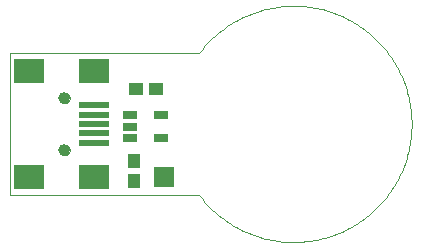
<source format=gts>
G75*
%MOIN*%
%OFA0B0*%
%FSLAX25Y25*%
%IPPOS*%
%LPD*%
%AMOC8*
5,1,8,0,0,1.08239X$1,22.5*
%
%ADD10C,0.00000*%
%ADD11R,0.10243X0.02369*%
%ADD12R,0.10243X0.08274*%
%ADD13C,0.03943*%
%ADD14R,0.05124X0.02565*%
%ADD15R,0.07093X0.07093*%
%ADD16R,0.04337X0.04731*%
%ADD17R,0.04731X0.04337*%
D10*
X0006518Y0016998D02*
X0006518Y0064242D01*
X0069510Y0064242D01*
X0070098Y0065006D01*
X0070704Y0065756D01*
X0071329Y0066490D01*
X0071971Y0067209D01*
X0072631Y0067912D01*
X0073308Y0068599D01*
X0074002Y0069269D01*
X0074711Y0069922D01*
X0075437Y0070557D01*
X0076177Y0071174D01*
X0076933Y0071773D01*
X0077703Y0072353D01*
X0078487Y0072914D01*
X0079285Y0073456D01*
X0080096Y0073978D01*
X0080919Y0074480D01*
X0081754Y0074962D01*
X0082601Y0075423D01*
X0083458Y0075863D01*
X0084327Y0076282D01*
X0085205Y0076680D01*
X0086093Y0077056D01*
X0086990Y0077410D01*
X0087895Y0077743D01*
X0088808Y0078053D01*
X0089728Y0078340D01*
X0090655Y0078605D01*
X0091589Y0078847D01*
X0092528Y0079066D01*
X0093472Y0079262D01*
X0094420Y0079435D01*
X0095373Y0079585D01*
X0096329Y0079711D01*
X0097287Y0079814D01*
X0098248Y0079893D01*
X0099211Y0079949D01*
X0100174Y0079981D01*
X0101139Y0079990D01*
X0102103Y0079975D01*
X0103066Y0079936D01*
X0104028Y0079874D01*
X0104989Y0079788D01*
X0105947Y0079679D01*
X0106902Y0079546D01*
X0107853Y0079390D01*
X0108800Y0079211D01*
X0109743Y0079008D01*
X0110681Y0078783D01*
X0111612Y0078534D01*
X0112538Y0078263D01*
X0113456Y0077970D01*
X0114367Y0077654D01*
X0115270Y0077315D01*
X0116164Y0076955D01*
X0117049Y0076573D01*
X0117925Y0076169D01*
X0118790Y0075744D01*
X0119645Y0075298D01*
X0120489Y0074831D01*
X0121321Y0074344D01*
X0122141Y0073836D01*
X0122948Y0073309D01*
X0123742Y0072762D01*
X0124522Y0072195D01*
X0125288Y0071610D01*
X0126040Y0071006D01*
X0126776Y0070384D01*
X0127497Y0069744D01*
X0128203Y0069086D01*
X0128892Y0068412D01*
X0129564Y0067721D01*
X0130219Y0067013D01*
X0130857Y0066290D01*
X0131476Y0065551D01*
X0132078Y0064798D01*
X0132660Y0064029D01*
X0133224Y0063247D01*
X0133769Y0062451D01*
X0134293Y0061643D01*
X0134798Y0060821D01*
X0135283Y0059988D01*
X0135747Y0059142D01*
X0136190Y0058286D01*
X0136612Y0057419D01*
X0137013Y0056542D01*
X0137392Y0055656D01*
X0137749Y0054760D01*
X0138084Y0053856D01*
X0138397Y0052944D01*
X0138688Y0052025D01*
X0138956Y0051099D01*
X0139201Y0050166D01*
X0139423Y0049228D01*
X0139623Y0048284D01*
X0139799Y0047336D01*
X0139952Y0046384D01*
X0140081Y0045429D01*
X0140187Y0044471D01*
X0140270Y0043510D01*
X0140329Y0042548D01*
X0140364Y0041584D01*
X0140376Y0040620D01*
X0140364Y0039656D01*
X0140329Y0038692D01*
X0140270Y0037730D01*
X0140187Y0036769D01*
X0140081Y0035811D01*
X0139952Y0034856D01*
X0139799Y0033904D01*
X0139623Y0032956D01*
X0139423Y0032012D01*
X0139201Y0031074D01*
X0138956Y0030141D01*
X0138688Y0029215D01*
X0138397Y0028296D01*
X0138084Y0027384D01*
X0137749Y0026480D01*
X0137392Y0025584D01*
X0137013Y0024698D01*
X0136612Y0023821D01*
X0136190Y0022954D01*
X0135747Y0022098D01*
X0135283Y0021252D01*
X0134798Y0020419D01*
X0134293Y0019597D01*
X0133769Y0018789D01*
X0133224Y0017993D01*
X0132660Y0017211D01*
X0132078Y0016442D01*
X0131476Y0015689D01*
X0130857Y0014950D01*
X0130219Y0014227D01*
X0129564Y0013519D01*
X0128892Y0012828D01*
X0128203Y0012154D01*
X0127497Y0011496D01*
X0126776Y0010856D01*
X0126040Y0010234D01*
X0125288Y0009630D01*
X0124522Y0009045D01*
X0123742Y0008478D01*
X0122948Y0007931D01*
X0122141Y0007404D01*
X0121321Y0006896D01*
X0120489Y0006409D01*
X0119645Y0005942D01*
X0118790Y0005496D01*
X0117925Y0005071D01*
X0117049Y0004667D01*
X0116164Y0004285D01*
X0115270Y0003925D01*
X0114367Y0003586D01*
X0113456Y0003270D01*
X0112538Y0002977D01*
X0111612Y0002706D01*
X0110681Y0002457D01*
X0109743Y0002232D01*
X0108800Y0002029D01*
X0107853Y0001850D01*
X0106902Y0001694D01*
X0105947Y0001561D01*
X0104989Y0001452D01*
X0104028Y0001366D01*
X0103066Y0001304D01*
X0102103Y0001265D01*
X0101139Y0001250D01*
X0100174Y0001259D01*
X0099211Y0001291D01*
X0098248Y0001347D01*
X0097287Y0001426D01*
X0096329Y0001529D01*
X0095373Y0001655D01*
X0094420Y0001805D01*
X0093472Y0001978D01*
X0092528Y0002174D01*
X0091589Y0002393D01*
X0090655Y0002635D01*
X0089728Y0002900D01*
X0088808Y0003187D01*
X0087895Y0003497D01*
X0086990Y0003830D01*
X0086093Y0004184D01*
X0085205Y0004560D01*
X0084327Y0004958D01*
X0083458Y0005377D01*
X0082601Y0005817D01*
X0081754Y0006278D01*
X0080919Y0006760D01*
X0080096Y0007262D01*
X0079285Y0007784D01*
X0078487Y0008326D01*
X0077703Y0008887D01*
X0076933Y0009467D01*
X0076177Y0010066D01*
X0075437Y0010683D01*
X0074711Y0011318D01*
X0074002Y0011971D01*
X0073308Y0012641D01*
X0072631Y0013328D01*
X0071971Y0014031D01*
X0071329Y0014750D01*
X0070704Y0015484D01*
X0070098Y0016234D01*
X0069510Y0016998D01*
X0006518Y0016998D01*
X0022856Y0031959D02*
X0022858Y0032043D01*
X0022864Y0032126D01*
X0022874Y0032209D01*
X0022888Y0032292D01*
X0022905Y0032374D01*
X0022927Y0032455D01*
X0022952Y0032534D01*
X0022981Y0032613D01*
X0023014Y0032690D01*
X0023050Y0032765D01*
X0023090Y0032839D01*
X0023133Y0032911D01*
X0023180Y0032980D01*
X0023230Y0033047D01*
X0023283Y0033112D01*
X0023339Y0033174D01*
X0023397Y0033234D01*
X0023459Y0033291D01*
X0023523Y0033344D01*
X0023590Y0033395D01*
X0023659Y0033442D01*
X0023730Y0033487D01*
X0023803Y0033527D01*
X0023878Y0033564D01*
X0023955Y0033598D01*
X0024033Y0033628D01*
X0024112Y0033654D01*
X0024193Y0033677D01*
X0024275Y0033695D01*
X0024357Y0033710D01*
X0024440Y0033721D01*
X0024523Y0033728D01*
X0024607Y0033731D01*
X0024691Y0033730D01*
X0024774Y0033725D01*
X0024858Y0033716D01*
X0024940Y0033703D01*
X0025022Y0033687D01*
X0025103Y0033666D01*
X0025184Y0033642D01*
X0025262Y0033614D01*
X0025340Y0033582D01*
X0025416Y0033546D01*
X0025490Y0033507D01*
X0025562Y0033465D01*
X0025632Y0033419D01*
X0025700Y0033370D01*
X0025765Y0033318D01*
X0025828Y0033263D01*
X0025888Y0033205D01*
X0025946Y0033144D01*
X0026000Y0033080D01*
X0026052Y0033014D01*
X0026100Y0032946D01*
X0026145Y0032875D01*
X0026186Y0032802D01*
X0026225Y0032728D01*
X0026259Y0032652D01*
X0026290Y0032574D01*
X0026317Y0032495D01*
X0026341Y0032414D01*
X0026360Y0032333D01*
X0026376Y0032251D01*
X0026388Y0032168D01*
X0026396Y0032084D01*
X0026400Y0032001D01*
X0026400Y0031917D01*
X0026396Y0031834D01*
X0026388Y0031750D01*
X0026376Y0031667D01*
X0026360Y0031585D01*
X0026341Y0031504D01*
X0026317Y0031423D01*
X0026290Y0031344D01*
X0026259Y0031266D01*
X0026225Y0031190D01*
X0026186Y0031116D01*
X0026145Y0031043D01*
X0026100Y0030972D01*
X0026052Y0030904D01*
X0026000Y0030838D01*
X0025946Y0030774D01*
X0025888Y0030713D01*
X0025828Y0030655D01*
X0025765Y0030600D01*
X0025700Y0030548D01*
X0025632Y0030499D01*
X0025562Y0030453D01*
X0025490Y0030411D01*
X0025416Y0030372D01*
X0025340Y0030336D01*
X0025262Y0030304D01*
X0025184Y0030276D01*
X0025103Y0030252D01*
X0025022Y0030231D01*
X0024940Y0030215D01*
X0024858Y0030202D01*
X0024774Y0030193D01*
X0024691Y0030188D01*
X0024607Y0030187D01*
X0024523Y0030190D01*
X0024440Y0030197D01*
X0024357Y0030208D01*
X0024275Y0030223D01*
X0024193Y0030241D01*
X0024112Y0030264D01*
X0024033Y0030290D01*
X0023955Y0030320D01*
X0023878Y0030354D01*
X0023803Y0030391D01*
X0023730Y0030431D01*
X0023659Y0030476D01*
X0023590Y0030523D01*
X0023523Y0030574D01*
X0023459Y0030627D01*
X0023397Y0030684D01*
X0023339Y0030744D01*
X0023283Y0030806D01*
X0023230Y0030871D01*
X0023180Y0030938D01*
X0023133Y0031007D01*
X0023090Y0031079D01*
X0023050Y0031153D01*
X0023014Y0031228D01*
X0022981Y0031305D01*
X0022952Y0031384D01*
X0022927Y0031463D01*
X0022905Y0031544D01*
X0022888Y0031626D01*
X0022874Y0031709D01*
X0022864Y0031792D01*
X0022858Y0031875D01*
X0022856Y0031959D01*
X0022856Y0049281D02*
X0022858Y0049365D01*
X0022864Y0049448D01*
X0022874Y0049531D01*
X0022888Y0049614D01*
X0022905Y0049696D01*
X0022927Y0049777D01*
X0022952Y0049856D01*
X0022981Y0049935D01*
X0023014Y0050012D01*
X0023050Y0050087D01*
X0023090Y0050161D01*
X0023133Y0050233D01*
X0023180Y0050302D01*
X0023230Y0050369D01*
X0023283Y0050434D01*
X0023339Y0050496D01*
X0023397Y0050556D01*
X0023459Y0050613D01*
X0023523Y0050666D01*
X0023590Y0050717D01*
X0023659Y0050764D01*
X0023730Y0050809D01*
X0023803Y0050849D01*
X0023878Y0050886D01*
X0023955Y0050920D01*
X0024033Y0050950D01*
X0024112Y0050976D01*
X0024193Y0050999D01*
X0024275Y0051017D01*
X0024357Y0051032D01*
X0024440Y0051043D01*
X0024523Y0051050D01*
X0024607Y0051053D01*
X0024691Y0051052D01*
X0024774Y0051047D01*
X0024858Y0051038D01*
X0024940Y0051025D01*
X0025022Y0051009D01*
X0025103Y0050988D01*
X0025184Y0050964D01*
X0025262Y0050936D01*
X0025340Y0050904D01*
X0025416Y0050868D01*
X0025490Y0050829D01*
X0025562Y0050787D01*
X0025632Y0050741D01*
X0025700Y0050692D01*
X0025765Y0050640D01*
X0025828Y0050585D01*
X0025888Y0050527D01*
X0025946Y0050466D01*
X0026000Y0050402D01*
X0026052Y0050336D01*
X0026100Y0050268D01*
X0026145Y0050197D01*
X0026186Y0050124D01*
X0026225Y0050050D01*
X0026259Y0049974D01*
X0026290Y0049896D01*
X0026317Y0049817D01*
X0026341Y0049736D01*
X0026360Y0049655D01*
X0026376Y0049573D01*
X0026388Y0049490D01*
X0026396Y0049406D01*
X0026400Y0049323D01*
X0026400Y0049239D01*
X0026396Y0049156D01*
X0026388Y0049072D01*
X0026376Y0048989D01*
X0026360Y0048907D01*
X0026341Y0048826D01*
X0026317Y0048745D01*
X0026290Y0048666D01*
X0026259Y0048588D01*
X0026225Y0048512D01*
X0026186Y0048438D01*
X0026145Y0048365D01*
X0026100Y0048294D01*
X0026052Y0048226D01*
X0026000Y0048160D01*
X0025946Y0048096D01*
X0025888Y0048035D01*
X0025828Y0047977D01*
X0025765Y0047922D01*
X0025700Y0047870D01*
X0025632Y0047821D01*
X0025562Y0047775D01*
X0025490Y0047733D01*
X0025416Y0047694D01*
X0025340Y0047658D01*
X0025262Y0047626D01*
X0025184Y0047598D01*
X0025103Y0047574D01*
X0025022Y0047553D01*
X0024940Y0047537D01*
X0024858Y0047524D01*
X0024774Y0047515D01*
X0024691Y0047510D01*
X0024607Y0047509D01*
X0024523Y0047512D01*
X0024440Y0047519D01*
X0024357Y0047530D01*
X0024275Y0047545D01*
X0024193Y0047563D01*
X0024112Y0047586D01*
X0024033Y0047612D01*
X0023955Y0047642D01*
X0023878Y0047676D01*
X0023803Y0047713D01*
X0023730Y0047753D01*
X0023659Y0047798D01*
X0023590Y0047845D01*
X0023523Y0047896D01*
X0023459Y0047949D01*
X0023397Y0048006D01*
X0023339Y0048066D01*
X0023283Y0048128D01*
X0023230Y0048193D01*
X0023180Y0048260D01*
X0023133Y0048329D01*
X0023090Y0048401D01*
X0023050Y0048475D01*
X0023014Y0048550D01*
X0022981Y0048627D01*
X0022952Y0048706D01*
X0022927Y0048785D01*
X0022905Y0048866D01*
X0022888Y0048948D01*
X0022874Y0049031D01*
X0022864Y0049114D01*
X0022858Y0049197D01*
X0022856Y0049281D01*
D11*
X0034471Y0046919D03*
X0034471Y0043770D03*
X0034471Y0040620D03*
X0034471Y0037470D03*
X0034471Y0034321D03*
D12*
X0034471Y0022904D03*
X0012817Y0022904D03*
X0012817Y0058337D03*
X0034471Y0058337D03*
D13*
X0024628Y0049281D03*
X0024628Y0031959D03*
D14*
X0046557Y0036014D03*
X0046557Y0039754D03*
X0046557Y0043494D03*
X0056794Y0043494D03*
X0056794Y0036014D03*
D15*
X0057699Y0022904D03*
D16*
X0047857Y0021526D03*
X0047857Y0028219D03*
D17*
X0048447Y0052431D03*
X0055140Y0052431D03*
M02*

</source>
